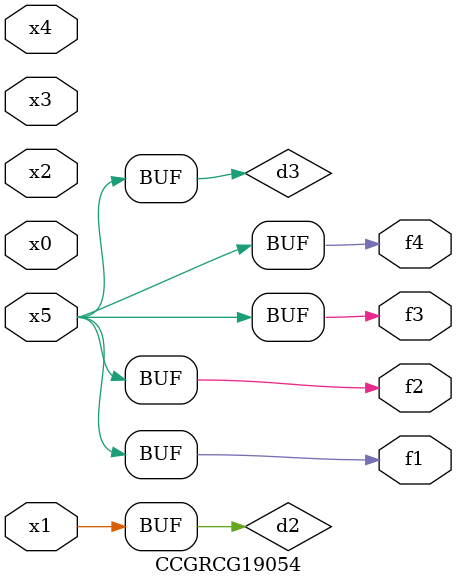
<source format=v>
module CCGRCG19054(
	input x0, x1, x2, x3, x4, x5,
	output f1, f2, f3, f4
);

	wire d1, d2, d3;

	not (d1, x5);
	or (d2, x1);
	xnor (d3, d1);
	assign f1 = d3;
	assign f2 = d3;
	assign f3 = d3;
	assign f4 = d3;
endmodule

</source>
